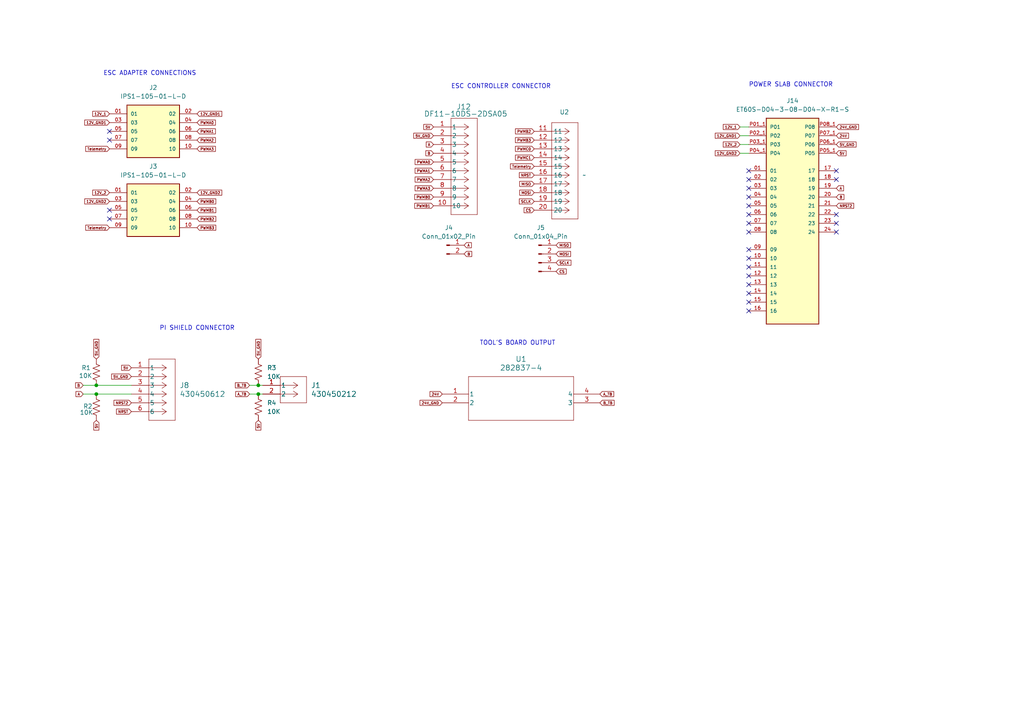
<source format=kicad_sch>
(kicad_sch (version 20231120) (generator "eeschema") (generator_version "8.0")
  (paper "A4")
  (lib_symbols
    (symbol "2024-10-23_23-38-15:282837-4" (pin_names (offset 0.254))
      (property "Reference" "U" (at 22.86 10.16 0))
      (property "Value" "282837-4" (at 22.86 7.62 0))
      (symbol "282837-4_0_1"
        (polyline (pts (xy 7.62 -7.62) (xy 38.1 -7.62)) (stroke (width 0.127)))
        (polyline (pts (xy 7.62 5.08) (xy 7.62 -7.62)) (stroke (width 0.127)))
        (polyline (pts (xy 38.1 -7.62) (xy 38.1 5.08)) (stroke (width 0.127)))
        (polyline (pts (xy 38.1 5.08) (xy 7.62 5.08)) (stroke (width 0.127)))
        (pin unspecified line (at 0 0 0) (length 7.62) (name "1") (number "1"))
        (pin unspecified line (at 0 -2.54 0) (length 7.62) (name "2") (number "2"))
        (pin unspecified line (at 45.72 -2.54 180) (length 7.62) (name "3") (number "3"))
        (pin unspecified line (at 45.72 0 180) (length 7.62) (name "4") (number "4"))
      )
    )
    (symbol "430450212:430450212" (pin_names (offset 0.254))
      (property "Reference" "J" (at 8.89 6.35 0))
      (property "Value" "430450212" (at 0 0 0))
      (symbol "430450212_1_1"
        (polyline (pts (xy 5.08 -5.08) (xy 12.7 -5.08)) (stroke (width 0.127)))
        (polyline (pts (xy 5.08 2.54) (xy 5.08 -5.08)) (stroke (width 0.127)))
        (polyline (pts (xy 10.16 -2.54) (xy 5.08 -2.54)) (stroke (width 0.127)))
        (polyline (pts (xy 10.16 -2.54) (xy 8.89 -3.3867)) (stroke (width 0.127)))
        (polyline (pts (xy 10.16 -2.54) (xy 8.89 -1.6933)) (stroke (width 0.127)))
        (polyline (pts (xy 10.16 0) (xy 5.08 0)) (stroke (width 0.127)))
        (polyline (pts (xy 10.16 0) (xy 8.89 -0.8467)) (stroke (width 0.127)))
        (polyline (pts (xy 10.16 0) (xy 8.89 0.8467)) (stroke (width 0.127)))
        (polyline (pts (xy 12.7 -5.08) (xy 12.7 2.54)) (stroke (width 0.127)))
        (polyline (pts (xy 12.7 2.54) (xy 5.08 2.54)) (stroke (width 0.127)))
        (pin unspecified line (at 0 0 0) (length 5.08) (name "1") (number "1"))
        (pin unspecified line (at 0 -2.54 0) (length 5.08) (name "2") (number "2"))
      )
      (symbol "430450212_1_2"
        (polyline (pts (xy 5.08 -5.08) (xy 12.7 -5.08)) (stroke (width 0.127)))
        (polyline (pts (xy 5.08 2.54) (xy 5.08 -5.08)) (stroke (width 0.127)))
        (polyline (pts (xy 7.62 -2.54) (xy 5.08 -2.54)) (stroke (width 0.127)))
        (polyline (pts (xy 7.62 -2.54) (xy 8.89 -3.3867)) (stroke (width 0.127)))
        (polyline (pts (xy 7.62 -2.54) (xy 8.89 -1.6933)) (stroke (width 0.127)))
        (polyline (pts (xy 7.62 0) (xy 5.08 0)) (stroke (width 0.127)))
        (polyline (pts (xy 7.62 0) (xy 8.89 -0.8467)) (stroke (width 0.127)))
        (polyline (pts (xy 7.62 0) (xy 8.89 0.8467)) (stroke (width 0.127)))
        (polyline (pts (xy 12.7 -5.08) (xy 12.7 2.54)) (stroke (width 0.127)))
        (polyline (pts (xy 12.7 2.54) (xy 5.08 2.54)) (stroke (width 0.127)))
        (pin unspecified line (at 0 0 0) (length 5.08) (name "1") (number "1"))
        (pin unspecified line (at 0 -2.54 0) (length 5.08) (name "2") (number "2"))
      )
    )
    (symbol "430450612:430450612" (pin_names (offset 0.254))
      (property "Reference" "J" (at 8.89 6.35 0))
      (property "Value" "430450612" (at 0 0 0))
      (symbol "430450612_1_1"
        (polyline (pts (xy 5.08 -15.24) (xy 12.7 -15.24)) (stroke (width 0.127)))
        (polyline (pts (xy 5.08 2.54) (xy 5.08 -15.24)) (stroke (width 0.127)))
        (polyline (pts (xy 10.16 -12.7) (xy 5.08 -12.7)) (stroke (width 0.127)))
        (polyline (pts (xy 10.16 -12.7) (xy 8.89 -13.5467)) (stroke (width 0.127)))
        (polyline (pts (xy 10.16 -12.7) (xy 8.89 -11.8533)) (stroke (width 0.127)))
        (polyline (pts (xy 10.16 -10.16) (xy 5.08 -10.16)) (stroke (width 0.127)))
        (polyline (pts (xy 10.16 -10.16) (xy 8.89 -11.0067)) (stroke (width 0.127)))
        (polyline (pts (xy 10.16 -10.16) (xy 8.89 -9.3133)) (stroke (width 0.127)))
        (polyline (pts (xy 10.16 -7.62) (xy 5.08 -7.62)) (stroke (width 0.127)))
        (polyline (pts (xy 10.16 -7.62) (xy 8.89 -8.4667)) (stroke (width 0.127)))
        (polyline (pts (xy 10.16 -7.62) (xy 8.89 -6.7733)) (stroke (width 0.127)))
        (polyline (pts (xy 10.16 -5.08) (xy 5.08 -5.08)) (stroke (width 0.127)))
        (polyline (pts (xy 10.16 -5.08) (xy 8.89 -5.9267)) (stroke (width 0.127)))
        (polyline (pts (xy 10.16 -5.08) (xy 8.89 -4.2333)) (stroke (width 0.127)))
        (polyline (pts (xy 10.16 -2.54) (xy 5.08 -2.54)) (stroke (width 0.127)))
        (polyline (pts (xy 10.16 -2.54) (xy 8.89 -3.3867)) (stroke (width 0.127)))
        (polyline (pts (xy 10.16 -2.54) (xy 8.89 -1.6933)) (stroke (width 0.127)))
        (polyline (pts (xy 10.16 0) (xy 5.08 0)) (stroke (width 0.127)))
        (polyline (pts (xy 10.16 0) (xy 8.89 -0.8467)) (stroke (width 0.127)))
        (polyline (pts (xy 10.16 0) (xy 8.89 0.8467)) (stroke (width 0.127)))
        (polyline (pts (xy 12.7 -15.24) (xy 12.7 2.54)) (stroke (width 0.127)))
        (polyline (pts (xy 12.7 2.54) (xy 5.08 2.54)) (stroke (width 0.127)))
        (pin unspecified line (at 0 0 0) (length 5.08) (name "1") (number "1"))
        (pin unspecified line (at 0 -2.54 0) (length 5.08) (name "2") (number "2"))
        (pin unspecified line (at 0 -5.08 0) (length 5.08) (name "3") (number "3"))
        (pin unspecified line (at 0 -7.62 0) (length 5.08) (name "4") (number "4"))
        (pin unspecified line (at 0 -10.16 0) (length 5.08) (name "5") (number "5"))
        (pin unspecified line (at 0 -12.7 0) (length 5.08) (name "6") (number "6"))
      )
      (symbol "430450612_1_2"
        (polyline (pts (xy 5.08 -15.24) (xy 12.7 -15.24)) (stroke (width 0.127)))
        (polyline (pts (xy 5.08 2.54) (xy 5.08 -15.24)) (stroke (width 0.127)))
        (polyline (pts (xy 7.62 -12.7) (xy 5.08 -12.7)) (stroke (width 0.127)))
        (polyline (pts (xy 7.62 -12.7) (xy 8.89 -13.5467)) (stroke (width 0.127)))
        (polyline (pts (xy 7.62 -12.7) (xy 8.89 -11.8533)) (stroke (width 0.127)))
        (polyline (pts (xy 7.62 -10.16) (xy 5.08 -10.16)) (stroke (width 0.127)))
        (polyline (pts (xy 7.62 -10.16) (xy 8.89 -11.0067)) (stroke (width 0.127)))
        (polyline (pts (xy 7.62 -10.16) (xy 8.89 -9.3133)) (stroke (width 0.127)))
        (polyline (pts (xy 7.62 -7.62) (xy 5.08 -7.62)) (stroke (width 0.127)))
        (polyline (pts (xy 7.62 -7.62) (xy 8.89 -8.4667)) (stroke (width 0.127)))
        (polyline (pts (xy 7.62 -7.62) (xy 8.89 -6.7733)) (stroke (width 0.127)))
        (polyline (pts (xy 7.62 -5.08) (xy 5.08 -5.08)) (stroke (width 0.127)))
        (polyline (pts (xy 7.62 -5.08) (xy 8.89 -5.9267)) (stroke (width 0.127)))
        (polyline (pts (xy 7.62 -5.08) (xy 8.89 -4.2333)) (stroke (width 0.127)))
        (polyline (pts (xy 7.62 -2.54) (xy 5.08 -2.54)) (stroke (width 0.127)))
        (polyline (pts (xy 7.62 -2.54) (xy 8.89 -3.3867)) (stroke (width 0.127)))
        (polyline (pts (xy 7.62 -2.54) (xy 8.89 -1.6933)) (stroke (width 0.127)))
        (polyline (pts (xy 7.62 0) (xy 5.08 0)) (stroke (width 0.127)))
        (polyline (pts (xy 7.62 0) (xy 8.89 -0.8467)) (stroke (width 0.127)))
        (polyline (pts (xy 7.62 0) (xy 8.89 0.8467)) (stroke (width 0.127)))
        (polyline (pts (xy 12.7 -15.24) (xy 12.7 2.54)) (stroke (width 0.127)))
        (polyline (pts (xy 12.7 2.54) (xy 5.08 2.54)) (stroke (width 0.127)))
        (pin unspecified line (at 0 0 0) (length 5.08) (name "1") (number "1"))
        (pin unspecified line (at 0 -2.54 0) (length 5.08) (name "2") (number "2"))
        (pin unspecified line (at 0 -5.08 0) (length 5.08) (name "3") (number "3"))
        (pin unspecified line (at 0 -7.62 0) (length 5.08) (name "4") (number "4"))
        (pin unspecified line (at 0 -10.16 0) (length 5.08) (name "5") (number "5"))
        (pin unspecified line (at 0 -12.7 0) (length 5.08) (name "6") (number "6"))
      )
    )
    (symbol "Connector:Conn_01x02_Pin" (pin_names (offset 1.016) hide)
      (property "Reference" "J" (at 0 2.54 0))
      (property "Value" "Conn_01x02_Pin" (at 0 -5.08 0))
      (symbol "Conn_01x02_Pin_1_1"
        (polyline (pts (xy 1.27 -2.54) (xy 0.8636 -2.54)) (stroke (width 0.1524)))
        (polyline (pts (xy 1.27 0) (xy 0.8636 0)) (stroke (width 0.1524)))
        (rectangle (start 0.8636 -2.413) (end 0 -2.667) (stroke (width 0.1524)) (fill (type outline)))
        (rectangle (start 0.8636 0.127) (end 0 -0.127) (stroke (width 0.1524)) (fill (type outline)))
        (pin passive line (at 5.08 0 180) (length 3.81) (name "Pin_1") (number "1"))
        (pin passive line (at 5.08 -2.54 180) (length 3.81) (name "Pin_2") (number "2"))
      )
    )
    (symbol "Connector:Conn_01x04_Pin" (pin_names (offset 1.016) hide)
      (property "Reference" "J" (at 0 5.08 0))
      (property "Value" "Conn_01x04_Pin" (at 0 -7.62 0))
      (symbol "Conn_01x04_Pin_1_1"
        (polyline (pts (xy 1.27 -5.08) (xy 0.8636 -5.08)) (stroke (width 0.1524)))
        (polyline (pts (xy 1.27 -2.54) (xy 0.8636 -2.54)) (stroke (width 0.1524)))
        (polyline (pts (xy 1.27 0) (xy 0.8636 0)) (stroke (width 0.1524)))
        (polyline (pts (xy 1.27 2.54) (xy 0.8636 2.54)) (stroke (width 0.1524)))
        (rectangle (start 0.8636 -4.953) (end 0 -5.207) (stroke (width 0.1524)) (fill (type outline)))
        (rectangle (start 0.8636 -2.413) (end 0 -2.667) (stroke (width 0.1524)) (fill (type outline)))
        (rectangle (start 0.8636 0.127) (end 0 -0.127) (stroke (width 0.1524)) (fill (type outline)))
        (rectangle (start 0.8636 2.667) (end 0 2.413) (stroke (width 0.1524)) (fill (type outline)))
        (pin passive line (at 5.08 2.54 180) (length 3.81) (name "Pin_1") (number "1"))
        (pin passive line (at 5.08 0 180) (length 3.81) (name "Pin_2") (number "2"))
        (pin passive line (at 5.08 -2.54 180) (length 3.81) (name "Pin_3") (number "3"))
        (pin passive line (at 5.08 -5.08 180) (length 3.81) (name "Pin_4") (number "4"))
      )
    )
    (symbol "DF11_10DS_2DSA_05_:DF11-10DS-2DSA05" (pin_names (offset 0.254))
      (property "Reference" "J" (at 8.89 6.35 0))
      (property "Value" "DF11-10DS-2DSA05" (at 0 0 0))
      (symbol "DF11-10DS-2DSA05_0_1"
        (polyline (pts (xy 5.08 -25.4) (xy 12.7 -25.4)) (stroke (width 0.127)))
        (polyline (pts (xy 5.08 2.54) (xy 5.08 -25.4)) (stroke (width 0.127)))
        (polyline (pts (xy 10.16 -22.86) (xy 5.08 -22.86)) (stroke (width 0.127)))
        (polyline (pts (xy 10.16 -22.86) (xy 8.89 -23.7067)) (stroke (width 0.127)))
        (polyline (pts (xy 10.16 -22.86) (xy 8.89 -22.0133)) (stroke (width 0.127)))
        (polyline (pts (xy 10.16 -20.32) (xy 5.08 -20.32)) (stroke (width 0.127)))
        (polyline (pts (xy 10.16 -20.32) (xy 8.89 -21.1667)) (stroke (width 0.127)))
        (polyline (pts (xy 10.16 -20.32) (xy 8.89 -19.4733)) (stroke (width 0.127)))
        (polyline (pts (xy 10.16 -17.78) (xy 5.08 -17.78)) (stroke (width 0.127)))
        (polyline (pts (xy 10.16 -17.78) (xy 8.89 -18.6267)) (stroke (width 0.127)))
        (polyline (pts (xy 10.16 -17.78) (xy 8.89 -16.9333)) (stroke (width 0.127)))
        (polyline (pts (xy 10.16 -15.24) (xy 5.08 -15.24)) (stroke (width 0.127)))
        (polyline (pts (xy 10.16 -15.24) (xy 8.89 -16.0867)) (stroke (width 0.127)))
        (polyline (pts (xy 10.16 -15.24) (xy 8.89 -14.3933)) (stroke (width 0.127)))
        (polyline (pts (xy 10.16 -12.7) (xy 5.08 -12.7)) (stroke (width 0.127)))
        (polyline (pts (xy 10.16 -12.7) (xy 8.89 -13.5467)) (stroke (width 0.127)))
        (polyline (pts (xy 10.16 -12.7) (xy 8.89 -11.8533)) (stroke (width 0.127)))
        (polyline (pts (xy 10.16 -10.16) (xy 5.08 -10.16)) (stroke (width 0.127)))
        (polyline (pts (xy 10.16 -10.16) (xy 8.89 -11.0067)) (stroke (width 0.127)))
        (polyline (pts (xy 10.16 -10.16) (xy 8.89 -9.3133)) (stroke (width 0.127)))
        (polyline (pts (xy 10.16 -7.62) (xy 5.08 -7.62)) (stroke (width 0.127)))
        (polyline (pts (xy 10.16 -7.62) (xy 8.89 -8.4667)) (stroke (width 0.127)))
        (polyline (pts (xy 10.16 -7.62) (xy 8.89 -6.7733)) (stroke (width 0.127)))
        (polyline (pts (xy 10.16 -5.08) (xy 5.08 -5.08)) (stroke (width 0.127)))
        (polyline (pts (xy 10.16 -5.08) (xy 8.89 -5.9267)) (stroke (width 0.127)))
        (polyline (pts (xy 10.16 -5.08) (xy 8.89 -4.2333)) (stroke (width 0.127)))
        (polyline (pts (xy 10.16 -2.54) (xy 5.08 -2.54)) (stroke (width 0.127)))
        (polyline (pts (xy 10.16 -2.54) (xy 8.89 -3.3867)) (stroke (width 0.127)))
        (polyline (pts (xy 10.16 -2.54) (xy 8.89 -1.6933)) (stroke (width 0.127)))
        (polyline (pts (xy 10.16 0) (xy 5.08 0)) (stroke (width 0.127)))
        (polyline (pts (xy 10.16 0) (xy 8.89 -0.8467)) (stroke (width 0.127)))
        (polyline (pts (xy 10.16 0) (xy 8.89 0.8467)) (stroke (width 0.127)))
        (polyline (pts (xy 12.7 -25.4) (xy 12.7 2.54)) (stroke (width 0.127)))
        (polyline (pts (xy 12.7 2.54) (xy 5.08 2.54)) (stroke (width 0.127)))
        (pin unspecified line (at 0 0 0) (length 5.08) (name "1") (number "1"))
        (pin unspecified line (at 0 -22.86 0) (length 5.08) (name "10") (number "10"))
        (pin unspecified line (at 0 -2.54 0) (length 5.08) (name "2") (number "2"))
        (pin unspecified line (at 0 -5.08 0) (length 5.08) (name "3") (number "3"))
        (pin unspecified line (at 0 -7.62 0) (length 5.08) (name "4") (number "4"))
        (pin unspecified line (at 0 -10.16 0) (length 5.08) (name "5") (number "5"))
        (pin unspecified line (at 0 -12.7 0) (length 5.08) (name "6") (number "6"))
        (pin unspecified line (at 0 -15.24 0) (length 5.08) (name "7") (number "7"))
        (pin unspecified line (at 0 -17.78 0) (length 5.08) (name "8") (number "8"))
        (pin unspecified line (at 0 -20.32 0) (length 5.08) (name "9") (number "9"))
      )
    )
    (symbol "DF11_10DS_2DSA_05_:DF11-10DS-2DSA05v2"
      (property "Reference" "U" (at 0 0 0))
      (symbol "DF11-10DS-2DSA05v2_0_1"
        (polyline (pts (xy -3.81 -29.21) (xy 3.81 -29.21)) (stroke (width 0.127)))
        (polyline (pts (xy -3.81 -1.27) (xy -3.81 -29.21)) (stroke (width 0.127)))
        (polyline (pts (xy 1.27 -26.67) (xy -3.81 -26.67)) (stroke (width 0.127)))
        (polyline (pts (xy 1.27 -26.67) (xy 0 -27.5167)) (stroke (width 0.127)))
        (polyline (pts (xy 1.27 -26.67) (xy 0 -25.8233)) (stroke (width 0.127)))
        (polyline (pts (xy 1.27 -24.13) (xy -3.81 -24.13)) (stroke (width 0.127)))
        (polyline (pts (xy 1.27 -24.13) (xy 0 -24.9767)) (stroke (width 0.127)))
        (polyline (pts (xy 1.27 -24.13) (xy 0 -23.2833)) (stroke (width 0.127)))
        (polyline (pts (xy 1.27 -21.59) (xy -3.81 -21.59)) (stroke (width 0.127)))
        (polyline (pts (xy 1.27 -21.59) (xy 0 -22.4367)) (stroke (width 0.127)))
        (polyline (pts (xy 1.27 -21.59) (xy 0 -20.7433)) (stroke (width 0.127)))
        (polyline (pts (xy 1.27 -19.05) (xy -3.81 -19.05)) (stroke (width 0.127)))
        (polyline (pts (xy 1.27 -19.05) (xy 0 -19.8967)) (stroke (width 0.127)))
        (polyline (pts (xy 1.27 -19.05) (xy 0 -18.2033)) (stroke (width 0.127)))
        (polyline (pts (xy 1.27 -16.51) (xy -3.81 -16.51)) (stroke (width 0.127)))
        (polyline (pts (xy 1.27 -16.51) (xy 0 -17.3567)) (stroke (width 0.127)))
        (polyline (pts (xy 1.27 -16.51) (xy 0 -15.6633)) (stroke (width 0.127)))
        (polyline (pts (xy 1.27 -13.97) (xy -3.81 -13.97)) (stroke (width 0.127)))
        (polyline (pts (xy 1.27 -13.97) (xy 0 -14.8167)) (stroke (width 0.127)))
        (polyline (pts (xy 1.27 -13.97) (xy 0 -13.1233)) (stroke (width 0.127)))
        (polyline (pts (xy 1.27 -11.43) (xy -3.81 -11.43)) (stroke (width 0.127)))
        (polyline (pts (xy 1.27 -11.43) (xy 0 -12.2767)) (stroke (width 0.127)))
        (polyline (pts (xy 1.27 -11.43) (xy 0 -10.5833)) (stroke (width 0.127)))
        (polyline (pts (xy 1.27 -8.89) (xy -3.81 -8.89)) (stroke (width 0.127)))
        (polyline (pts (xy 1.27 -8.89) (xy 0 -9.7367)) (stroke (width 0.127)))
        (polyline (pts (xy 1.27 -8.89) (xy 0 -8.0433)) (stroke (width 0.127)))
        (polyline (pts (xy 1.27 -6.35) (xy -3.81 -6.35)) (stroke (width 0.127)))
        (polyline (pts (xy 1.27 -6.35) (xy 0 -7.1967)) (stroke (width 0.127)))
        (polyline (pts (xy 1.27 -6.35) (xy 0 -5.5033)) (stroke (width 0.127)))
        (polyline (pts (xy 1.27 -3.81) (xy -3.81 -3.81)) (stroke (width 0.127)))
        (polyline (pts (xy 1.27 -3.81) (xy 0 -4.6567)) (stroke (width 0.127)))
        (polyline (pts (xy 1.27 -3.81) (xy 0 -2.9633)) (stroke (width 0.127)))
        (polyline (pts (xy 3.81 -29.21) (xy 3.81 -1.27)) (stroke (width 0.127)))
        (polyline (pts (xy 3.81 -1.27) (xy -3.81 -1.27)) (stroke (width 0.127)))
      )
      (symbol "DF11-10DS-2DSA05v2_1_1"
        (pin unspecified line (at -8.89 -3.81 0) (length 5.08) (name "11") (number "11"))
        (pin unspecified line (at -8.89 -6.35 0) (length 5.08) (name "12") (number "12"))
        (pin unspecified line (at -8.89 -8.89 0) (length 5.08) (name "13") (number "13"))
        (pin unspecified line (at -8.89 -11.43 0) (length 5.08) (name "14") (number "14"))
        (pin unspecified line (at -8.89 -13.97 0) (length 5.08) (name "15") (number "15"))
        (pin unspecified line (at -8.89 -16.51 0) (length 5.08) (name "16") (number "16"))
        (pin unspecified line (at -8.89 -19.05 0) (length 5.08) (name "17") (number "17"))
        (pin unspecified line (at -8.89 -21.59 0) (length 5.08) (name "18") (number "18"))
        (pin unspecified line (at -8.89 -24.13 0) (length 5.08) (name "19") (number "19"))
        (pin unspecified line (at -8.89 -26.67 0) (length 5.08) (name "20") (number "20"))
      )
    )
    (symbol "Device:R_US" (pin_numbers hide) (pin_names (offset 0))
      (property "Reference" "R" (at 2.54 0 90))
      (property "Value" "R_US" (at -2.54 0 90))
      (symbol "R_US_0_1"
        (polyline (pts (xy 0 -2.286) (xy 0 -2.54)))
        (polyline (pts (xy 0 2.286) (xy 0 2.54)))
        (polyline (pts (xy 0 -0.762) (xy 1.016 -1.143) (xy 0 -1.524) (xy -1.016 -1.905) (xy 0 -2.286)))
        (polyline (pts (xy 0 0.762) (xy 1.016 0.381) (xy 0 0) (xy -1.016 -0.381) (xy 0 -0.762)))
        (polyline (pts (xy 0 2.286) (xy 1.016 1.905) (xy 0 1.524) (xy -1.016 1.143) (xy 0 0.762)))
      )
      (symbol "R_US_1_1"
        (pin passive line (at 0 3.81 270) (length 1.27) (name "~") (number "1"))
        (pin passive line (at 0 -3.81 90) (length 1.27) (name "~") (number "2"))
      )
    )
    (symbol "ET60S-D04-3-08-D04-X-R1-S:ET60S-D04-3-08-D04-X-R1-S" (pin_names (offset 1.016))
      (property "Reference" "J" (at -7.62 29.21 0))
      (property "Value" "ET60S-D04-3-08-D04-X-R1-S" (at -7.62 -123.19 0))
      (symbol "ET60S-D04-3-08-D04-X-R1-S_0_0"
        (rectangle (start -7.62 27.94) (end 7.62 -31.75) (stroke (width 0.254)) (fill (type background)))
        (pin passive line (at -12.7 12.7 0) (length 5.08) (name "01") (number "01"))
        (pin passive line (at -12.7 10.16 0) (length 5.08) (name "02") (number "02"))
        (pin passive line (at -12.7 7.62 0) (length 5.08) (name "03") (number "03"))
        (pin passive line (at -12.7 5.08 0) (length 5.08) (name "04") (number "04"))
        (pin passive line (at -12.7 2.54 0) (length 5.08) (name "05") (number "05"))
        (pin passive line (at -12.7 0 0) (length 5.08) (name "06") (number "06"))
        (pin passive line (at -12.7 -2.54 0) (length 5.08) (name "07") (number "07"))
        (pin passive line (at -12.7 -5.08 0) (length 5.08) (name "08") (number "08"))
        (pin passive line (at -12.7 -10.16 0) (length 5.08) (name "09") (number "09"))
        (pin passive line (at -12.7 -12.7 0) (length 5.08) (name "10") (number "10"))
        (pin passive line (at -12.7 -15.24 0) (length 5.08) (name "11") (number "11"))
        (pin passive line (at -12.7 -17.78 0) (length 5.08) (name "12") (number "12"))
        (pin passive line (at -12.7 -20.32 0) (length 5.08) (name "13") (number "13"))
        (pin passive line (at -12.7 -22.86 0) (length 5.08) (name "14") (number "14"))
        (pin passive line (at -12.7 -25.4 0) (length 5.08) (name "15") (number "15"))
        (pin passive line (at -12.7 -27.94 0) (length 5.08) (name "16") (number "16"))
        (pin passive line (at 12.7 12.7 180) (length 5.08) (name "17") (number "17"))
        (pin passive line (at 12.7 10.16 180) (length 5.08) (name "18") (number "18"))
        (pin passive line (at 12.7 7.62 180) (length 5.08) (name "19") (number "19"))
        (pin passive line (at 12.7 5.08 180) (length 5.08) (name "20") (number "20"))
        (pin passive line (at 12.7 2.54 180) (length 5.08) (name "21") (number "21"))
        (pin passive line (at 12.7 0 180) (length 5.08) (name "22") (number "22"))
        (pin passive line (at 12.7 -2.54 180) (length 5.08) (name "23") (number "23"))
        (pin passive line (at 12.7 -5.08 180) (length 5.08) (name "24") (number "24"))
        (pin power_in line (at -12.7 22.86 0) (length 5.08) (name "P02") (number "P02_1"))
        (pin power_in line (at -12.7 20.32 0) (length 5.08) (name "P03") (number "P03_1"))
        (pin power_in line (at 12.7 17.78 180) (length 5.08) (name "P05") (number "P05_1"))
        (pin power_in line (at 12.7 20.32 180) (length 5.08) (name "P06") (number "P06_1"))
        (pin power_in line (at 12.7 22.86 180) (length 5.08) (name "P07") (number "P07_1"))
        (pin power_in line (at 12.7 25.4 180) (length 5.08) (name "P08") (number "P08_1"))
      )
      (symbol "ET60S-D04-3-08-D04-X-R1-S_1_0"
        (pin power_in line (at -12.7 25.4 0) (length 5.08) (name "P01") (number "P01_1"))
        (pin power_in line (at -12.7 25.4 0) (length 5.08) hide (name "P01") (number "P01_1"))
        (pin power_in line (at -12.7 25.4 0) (length 5.08) hide (name "P01") (number "P01_1"))
        (pin power_in line (at -12.7 25.4 0) (length 5.08) hide (name "P01") (number "P01_1"))
        (pin power_in line (at -12.7 25.4 0) (length 5.08) hide (name "P01") (number "P01_1"))
        (pin power_in line (at -12.7 25.4 0) (length 5.08) hide (name "P01") (number "P01_1"))
        (pin power_in line (at -12.7 25.4 0) (length 5.08) hide (name "P01") (number "P01_1"))
        (pin power_in line (at -12.7 25.4 0) (length 5.08) hide (name "P01") (number "P01_1"))
        (pin power_in line (at -12.7 25.4 0) (length 5.08) hide (name "P01") (number "P01_1"))
        (pin power_in line (at -12.7 25.4 0) (length 5.08) hide (name "P01") (number "P01_1"))
        (pin power_in line (at -12.7 22.86 0) (length 5.08) hide (name "P02") (number "P02_1"))
        (pin power_in line (at -12.7 22.86 0) (length 5.08) hide (name "P02") (number "P02_1"))
        (pin power_in line (at -12.7 22.86 0) (length 5.08) hide (name "P02") (number "P02_1"))
        (pin power_in line (at -12.7 22.86 0) (length 5.08) hide (name "P02") (number "P02_1"))
        (pin power_in line (at -12.7 22.86 0) (length 5.08) hide (name "P02") (number "P02_1"))
        (pin power_in line (at -12.7 22.86 0) (length 5.08) hide (name "P02") (number "P02_1"))
        (pin power_in line (at -12.7 22.86 0) (length 5.08) hide (name "P02") (number "P02_1"))
        (pin power_in line (at -12.7 22.86 0) (length 5.08) hide (name "P02") (number "P02_1"))
        (pin power_in line (at -12.7 22.86 0) (length 5.08) hide (name "P02") (number "P02_1"))
        (pin power_in line (at -12.7 20.32 0) (length 5.08) hide (name "P03") (number "P03_1"))
        (pin power_in line (at -12.7 20.32 0) (length 5.08) hide (name "P03") (number "P03_1"))
        (pin power_in line (at -12.7 20.32 0) (length 5.08) hide (name "P03") (number "P03_1"))
        (pin power_in line (at -12.7 20.32 0) (length 5.08) hide (name "P03") (number "P03_1"))
        (pin power_in line (at -12.7 20.32 0) (length 5.08) hide (name "P03") (number "P03_1"))
        (pin power_in line (at -12.7 20.32 0) (length 5.08) hide (name "P03") (number "P03_1"))
        (pin power_in line (at -12.7 20.32 0) (length 5.08) hide (name "P03") (number "P03_1"))
        (pin power_in line (at -12.7 20.32 0) (length 5.08) hide (name "P03") (number "P03_1"))
        (pin power_in line (at -12.7 20.32 0) (length 5.08) hide (name "P03") (number "P03_1"))
        (pin power_in line (at -12.7 17.78 0) (length 5.08) (name "P04") (number "P04_1"))
        (pin power_in line (at -12.7 17.78 0) (length 5.08) hide (name "P04") (number "P04_1"))
        (pin power_in line (at -12.7 17.78 0) (length 5.08) hide (name "P04") (number "P04_1"))
        (pin power_in line (at -12.7 17.78 0) (length 5.08) hide (name "P04") (number "P04_1"))
        (pin power_in line (at -12.7 17.78 0) (length 5.08) hide (name "P04") (number "P04_1"))
        (pin power_in line (at -12.7 17.78 0) (length 5.08) hide (name "P04") (number "P04_1"))
        (pin power_in line (at -12.7 17.78 0) (length 5.08) hide (name "P04") (number "P04_1"))
        (pin power_in line (at -12.7 17.78 0) (length 5.08) hide (name "P04") (number "P04_1"))
        (pin power_in line (at -12.7 17.78 0) (length 5.08) hide (name "P04") (number "P04_1"))
        (pin power_in line (at -12.7 17.78 0) (length 5.08) hide (name "P04") (number "P04_1"))
        (pin power_in line (at 12.7 17.78 180) (length 5.08) hide (name "P05") (number "P05_1"))
        (pin power_in line (at 12.7 17.78 180) (length 5.08) hide (name "P05") (number "P05_1"))
        (pin power_in line (at 12.7 17.78 180) (length 5.08) hide (name "P05") (number "P05_1"))
        (pin power_in line (at 12.7 17.78 180) (length 5.08) hide (name "P05") (number "P05_1"))
        (pin power_in line (at 12.7 17.78 180) (length 5.08) hide (name "P05") (number "P05_1"))
        (pin power_in line (at 12.7 17.78 180) (length 5.08) hide (name "P05") (number "P05_1"))
        (pin power_in line (at 12.7 17.78 180) (length 5.08) hide (name "P05") (number "P05_1"))
        (pin power_in line (at 12.7 17.78 180) (length 5.08) hide (name "P05") (number "P05_1"))
        (pin power_in line (at 12.7 17.78 180) (length 5.08) hide (name "P05") (number "P05_1"))
        (pin power_in line (at 12.7 20.32 180) (length 5.08) hide (name "P06") (number "P06_1"))
        (pin power_in line (at 12.7 20.32 180) (length 5.08) hide (name "P06") (number "P06_1"))
        (pin power_in line (at 12.7 20.32 180) (length 5.08) hide (name "P06") (number "P06_1"))
        (pin power_in line (at 12.7 20.32 180) (length 5.08) hide (name "P06") (number "P06_1"))
        (pin power_in line (at 12.7 20.32 180) (length 5.08) hide (name "P06") (number "P06_1"))
        (pin power_in line (at 12.7 20.32 180) (length 5.08) hide (name "P06") (number "P06_1"))
        (pin power_in line (at 12.7 20.32 180) (length 5.08) hide (name "P06") (number "P06_1"))
        (pin power_in line (at 12.7 20.32 180) (length 5.08) hide (name "P06") (number "P06_1"))
        (pin power_in line (at 12.7 20.32 180) (length 5.08) hide (name "P06") (number "P06_1"))
        (pin power_in line (at 12.7 22.86 180) (length 5.08) hide (name "P07") (number "P07_1"))
        (pin power_in line (at 12.7 22.86 180) (length 5.08) hide (name "P07") (number "P07_1"))
        (pin power_in line (at 12.7 22.86 180) (length 5.08) hide (name "P07") (number "P07_1"))
        (pin power_in line (at 12.7 22.86 180) (length 5.08) hide (name "P07") (number "P07_1"))
        (pin power_in line (at 12.7 22.86 180) (length 5.08) hide (name "P07") (number "P07_1"))
        (pin power_in line (at 12.7 22.86 180) (length 5.08) hide (name "P07") (number "P07_1"))
        (pin power_in line (at 12.7 22.86 180) (length 5.08) hide (name "P07") (number "P07_1"))
        (pin power_in line (at 12.7 22.86 180) (length 5.08) hide (name "P07") (number "P07_1"))
        (pin power_in line (at 12.7 22.86 180) (length 5.08) hide (name "P07") (number "P07_1"))
        (pin power_in line (at 12.7 25.4 180) (length 5.08) hide (name "P08") (number "P08_1"))
        (pin power_in line (at 12.7 25.4 180) (length 5.08) hide (name "P08") (number "P08_1"))
        (pin power_in line (at 12.7 25.4 180) (length 5.08) hide (name "P08") (number "P08_1"))
        (pin power_in line (at 12.7 25.4 180) (length 5.08) hide (name "P08") (number "P08_1"))
        (pin power_in line (at 12.7 25.4 180) (length 5.08) hide (name "P08") (number "P08_1"))
        (pin power_in line (at 12.7 25.4 180) (length 5.08) hide (name "P08") (number "P08_1"))
        (pin power_in line (at 12.7 25.4 180) (length 5.08) hide (name "P08") (number "P08_1"))
        (pin power_in line (at 12.7 25.4 180) (length 5.08) hide (name "P08") (number "P08_1"))
        (pin power_in line (at 12.7 25.4 180) (length 5.08) hide (name "P08") (number "P08_1"))
      )
    )
    (symbol "IPS1-105-01-L-D:IPS1-105-01-L-D" (pin_names (offset 1.016))
      (property "Reference" "J" (at -8.12 7.62 0))
      (property "Value" "IPS1-105-01-L-D" (at -7.62 -10.16 0))
      (symbol "IPS1-105-01-L-D_0_0"
        (rectangle (start -7.62 -7.62) (end 7.62 7.62) (stroke (width 0.254)) (fill (type background)))
        (pin passive line (at -12.7 5.08 0) (length 5.08) (name "01") (number "01"))
        (pin passive line (at 12.7 5.08 180) (length 5.08) (name "02") (number "02"))
        (pin passive line (at -12.7 2.54 0) (length 5.08) (name "03") (number "03"))
        (pin passive line (at 12.7 2.54 180) (length 5.08) (name "04") (number "04"))
        (pin passive line (at -12.7 0 0) (length 5.08) (name "05") (number "05"))
        (pin passive line (at 12.7 0 180) (length 5.08) (name "06") (number "06"))
        (pin passive line (at -12.7 -2.54 0) (length 5.08) (name "07") (number "07"))
        (pin passive line (at 12.7 -2.54 180) (length 5.08) (name "08") (number "08"))
        (pin passive line (at -12.7 -5.08 0) (length 5.08) (name "09") (number "09"))
        (pin passive line (at 12.7 -5.08 180) (length 5.08) (name "10") (number "10"))
      )
    )
  )
  (junction (at 27.94 114.3))
  (junction (at 74.93 111.76))
  (junction (at 74.93 114.3))
  (junction (at 27.94 111.76))
  (no_connect (at 242.57 52.07))
  (no_connect (at 217.17 77.47))
  (no_connect (at 242.57 62.23))
  (no_connect (at 31.75 60.96))
  (no_connect (at 217.17 59.69))
  (no_connect (at 31.75 63.5))
  (no_connect (at 217.17 85.09))
  (no_connect (at 242.57 67.31))
  (no_connect (at 217.17 64.77))
  (no_connect (at 31.75 38.1))
  (no_connect (at 31.75 40.64))
  (no_connect (at 217.17 49.53))
  (no_connect (at 217.17 62.23))
  (no_connect (at 242.57 49.53))
  (no_connect (at 217.17 87.63))
  (no_connect (at 242.57 64.77))
  (no_connect (at 217.17 67.31))
  (no_connect (at 217.17 90.17))
  (no_connect (at 217.17 57.15))
  (no_connect (at 217.17 54.61))
  (no_connect (at 217.17 82.55))
  (no_connect (at 217.17 74.93))
  (no_connect (at 217.17 52.07))
  (no_connect (at 217.17 72.39))
  (no_connect (at 217.17 80.01))
  (wire (pts (xy 74.93 111.76) (xy 76.2 111.76)))
  (wire (pts (xy 214.63 41.91) (xy 217.17 41.91)))
  (wire (pts (xy 214.63 36.83) (xy 217.17 36.83)))
  (wire (pts (xy 214.63 39.37) (xy 217.17 39.37)))
  (wire (pts (xy 214.63 44.45) (xy 217.17 44.45)))
  (wire (pts (xy 24.13 114.3) (xy 27.94 114.3)))
  (wire (pts (xy 72.39 114.3) (xy 74.93 114.3)))
  (wire (pts (xy 27.94 114.3) (xy 38.1 114.3)))
  (wire (pts (xy 27.94 111.76) (xy 38.1 111.76)))
  (wire (pts (xy 74.93 114.3) (xy 76.2 114.3)))
  (wire (pts (xy 24.13 111.76) (xy 27.94 111.76)))
  (wire (pts (xy 72.39 111.76) (xy 74.93 111.76)))
  (text "PI SHIELD CONNECTOR " (at 57.658 95.25 0) (effects (font (size 1.27 1.27))))
  (text "TOOL'S BOARD OUTPUT" (at 150.114 99.568 0) (effects (font (size 1.27 1.27))))
  (text "ESC CONTROLLER CONNECTOR " (at 145.796 25.146 0) (effects (font (size 1.27 1.27))))
  (text "POWER SLAB CONNECTOR " (at 229.87 24.638 0) (effects (font (size 1.27 1.27))))
  (text "ESC ADAPTER CONNECTIONS " (at 43.942 21.336 0) (effects (font (size 1.27 1.27))))
  (global_label "SCLK" (shape input) (at 154.94 58.42 180) (effects (font (size 0.762 0.762))) (property "Intersheetrefs" "${INTERSHEET_REFS}" (effects (hide yes))))
  (global_label "12V_GND1" (shape input) (at 57.15 33.02 0) (effects (font (size 0.762 0.762))) (property "Intersheetrefs" "${INTERSHEET_REFS}" (effects (hide yes))))
  (global_label "B_TB" (shape input) (at 72.39 111.76 180) (effects (font (size 0.762 0.762))) (property "Intersheetrefs" "${INTERSHEET_REFS}" (effects (hide yes))))
  (global_label "5V_GND" (shape input) (at 125.73 39.37 180) (effects (font (size 0.762 0.762))) (property "Intersheetrefs" "${INTERSHEET_REFS}" (effects (hide yes))))
  (global_label "CS" (shape input) (at 161.29 78.74 0) (effects (font (size 0.762 0.762))) (property "Intersheetrefs" "${INTERSHEET_REFS}" (effects (hide yes))))
  (global_label "12V_1" (shape input) (at 214.63 36.83 180) (effects (font (size 0.762 0.762))) (property "Intersheetrefs" "${INTERSHEET_REFS}" (effects (hide yes))))
  (global_label "24V_GND" (shape input) (at 128.27 116.84 180) (effects (font (size 0.762 0.762))) (property "Intersheetrefs" "${INTERSHEET_REFS}" (effects (hide yes))))
  (global_label "A" (shape input) (at 242.57 54.61 0) (effects (font (size 0.762 0.762))) (property "Intersheetrefs" "${INTERSHEET_REFS}" (effects (hide yes))))
  (global_label "5V_GND" (shape input) (at 38.1 109.22 180) (effects (font (size 0.762 0.762))) (property "Intersheetrefs" "${INTERSHEET_REFS}" (effects (hide yes))))
  (global_label "A_TB" (shape input) (at 72.39 114.3 180) (effects (font (size 0.762 0.762))) (property "Intersheetrefs" "${INTERSHEET_REFS}" (effects (hide yes))))
  (global_label "12V_2" (shape input) (at 214.63 41.91 180) (effects (font (size 0.762 0.762))) (property "Intersheetrefs" "${INTERSHEET_REFS}" (effects (hide yes))))
  (global_label "MOSI" (shape input) (at 161.29 73.66 0) (effects (font (size 0.762 0.762))) (property "Intersheetrefs" "${INTERSHEET_REFS}" (effects (hide yes))))
  (global_label "5V" (shape input) (at 74.93 121.92 270) (effects (font (size 0.762 0.762))) (property "Intersheetrefs" "${INTERSHEET_REFS}" (effects (hide yes))))
  (global_label "PWMA1" (shape input) (at 57.15 38.1 0) (effects (font (size 0.762 0.762))) (property "Intersheetrefs" "${INTERSHEET_REFS}" (effects (hide yes))))
  (global_label "PWMA1" (shape input) (at 125.73 49.53 180) (effects (font (size 0.762 0.762))) (property "Intersheetrefs" "${INTERSHEET_REFS}" (effects (hide yes))))
  (global_label "NRST" (shape input) (at 154.94 50.8 180) (effects (font (size 0.762 0.762))) (property "Intersheetrefs" "${INTERSHEET_REFS}" (effects (hide yes))))
  (global_label "5V" (shape input) (at 38.1 106.68 180) (effects (font (size 0.762 0.762))) (property "Intersheetrefs" "${INTERSHEET_REFS}" (effects (hide yes))))
  (global_label "PWMB0" (shape input) (at 125.73 57.15 180) (effects (font (size 0.762 0.762))) (property "Intersheetrefs" "${INTERSHEET_REFS}" (effects (hide yes))))
  (global_label "Telemetry" (shape input) (at 31.75 43.18 180) (effects (font (size 0.762 0.762))) (property "Intersheetrefs" "${INTERSHEET_REFS}" (effects (hide yes))))
  (global_label "A_TB" (shape input) (at 173.99 114.3 0) (effects (font (size 0.762 0.762))) (property "Intersheetrefs" "${INTERSHEET_REFS}" (effects (hide yes))))
  (global_label "12V_GND1" (shape input) (at 214.63 39.37 180) (effects (font (size 0.762 0.762))) (property "Intersheetrefs" "${INTERSHEET_REFS}" (effects (hide yes))))
  (global_label "PWMC1" (shape input) (at 154.94 45.72 180) (effects (font (size 0.762 0.762))) (property "Intersheetrefs" "${INTERSHEET_REFS}" (effects (hide yes))))
  (global_label "12V_GND2" (shape input) (at 31.75 58.42 180) (effects (font (size 0.762 0.762))) (property "Intersheetrefs" "${INTERSHEET_REFS}" (effects (hide yes))))
  (global_label "12V_GND2" (shape input) (at 57.15 55.88 0) (effects (font (size 0.762 0.762))) (property "Intersheetrefs" "${INTERSHEET_REFS}" (effects (hide yes))))
  (global_label "B" (shape input) (at 125.73 44.45 180) (effects (font (size 0.762 0.762))) (property "Intersheetrefs" "${INTERSHEET_REFS}" (effects (hide yes))))
  (global_label "PWMB2" (shape input) (at 57.15 63.5 0) (effects (font (size 0.762 0.762))) (property "Intersheetrefs" "${INTERSHEET_REFS}" (effects (hide yes))))
  (global_label "12V_2" (shape input) (at 31.75 55.88 180) (effects (font (size 0.762 0.762))) (property "Intersheetrefs" "${INTERSHEET_REFS}" (effects (hide yes))))
  (global_label "PWMB1" (shape input) (at 125.73 59.69 180) (effects (font (size 0.762 0.762))) (property "Intersheetrefs" "${INTERSHEET_REFS}" (effects (hide yes))))
  (global_label "12V_GND1" (shape input) (at 31.75 35.56 180) (effects (font (size 0.762 0.762))) (property "Intersheetrefs" "${INTERSHEET_REFS}" (effects (hide yes))))
  (global_label "PWMB1" (shape input) (at 57.15 60.96 0) (effects (font (size 0.762 0.762))) (property "Intersheetrefs" "${INTERSHEET_REFS}" (effects (hide yes))))
  (global_label "CS" (shape input) (at 154.94 60.96 180) (effects (font (size 0.762 0.762))) (property "Intersheetrefs" "${INTERSHEET_REFS}" (effects (hide yes))))
  (global_label "24V_GND" (shape input) (at 242.57 36.83 0) (effects (font (size 0.762 0.762))) (property "Intersheetrefs" "${INTERSHEET_REFS}" (effects (hide yes))))
  (global_label "PWMB2" (shape input) (at 154.94 38.1 180) (effects (font (size 0.762 0.762))) (property "Intersheetrefs" "${INTERSHEET_REFS}" (effects (hide yes))))
  (global_label "B_TB" (shape input) (at 173.99 116.84 0) (effects (font (size 0.762 0.762))) (property "Intersheetrefs" "${INTERSHEET_REFS}" (effects (hide yes))))
  (global_label "PWMB3" (shape input) (at 57.15 66.04 0) (effects (font (size 0.762 0.762))) (property "Intersheetrefs" "${INTERSHEET_REFS}" (effects (hide yes))))
  (global_label "NRST2" (shape input) (at 38.1 116.84 180) (effects (font (size 0.762 0.762))) (property "Intersheetrefs" "${INTERSHEET_REFS}" (effects (hide yes))))
  (global_label "12V_1" (shape input) (at 31.75 33.02 180) (effects (font (size 0.762 0.762))) (property "Intersheetrefs" "${INTERSHEET_REFS}" (effects (hide yes))))
  (global_label "NRST" (shape input) (at 38.1 119.38 180) (effects (font (size 0.762 0.762))) (property "Intersheetrefs" "${INTERSHEET_REFS}" (effects (hide yes))))
  (global_label "5V" (shape input) (at 242.57 44.45 0) (effects (font (size 0.762 0.762))) (property "Intersheetrefs" "${INTERSHEET_REFS}" (effects (hide yes))))
  (global_label "5V_GND" (shape input) (at 74.93 104.14 90) (effects (font (size 0.762 0.762))) (property "Intersheetrefs" "${INTERSHEET_REFS}" (effects (hide yes))))
  (global_label "Telemetry" (shape input) (at 31.75 66.04 180) (effects (font (size 0.762 0.762))) (property "Intersheetrefs" "${INTERSHEET_REFS}" (effects (hide yes))))
  (global_label "PWMA2" (shape input) (at 57.15 40.64 0) (effects (font (size 0.762 0.762))) (property "Intersheetrefs" "${INTERSHEET_REFS}" (effects (hide yes))))
  (global_label "PWMB0" (shape input) (at 57.15 58.42 0) (effects (font (size 0.762 0.762))) (property "Intersheetrefs" "${INTERSHEET_REFS}" (effects (hide yes))))
  (global_label "B" (shape input) (at 134.62 73.66 0) (effects (font (size 0.762 0.762))) (property "Intersheetrefs" "${INTERSHEET_REFS}" (effects (hide yes))))
  (global_label "12V_GND2" (shape input) (at 214.63 44.45 180) (effects (font (size 0.762 0.762))) (property "Intersheetrefs" "${INTERSHEET_REFS}" (effects (hide yes))))
  (global_label "PWMC0" (shape input) (at 154.94 43.18 180) (effects (font (size 0.762 0.762))) (property "Intersheetrefs" "${INTERSHEET_REFS}" (effects (hide yes))))
  (global_label "B" (shape input) (at 24.13 111.76 180) (effects (font (size 0.762 0.762))) (property "Intersheetrefs" "${INTERSHEET_REFS}" (effects (hide yes))))
  (global_label "5V_GND" (shape input) (at 242.57 41.91 0) (effects (font (size 0.762 0.762))) (property "Intersheetrefs" "${INTERSHEET_REFS}" (effects (hide yes))))
  (global_label "PWMA3" (shape input) (at 57.15 43.18 0) (effects (font (size 0.762 0.762))) (property "Intersheetrefs" "${INTERSHEET_REFS}" (effects (hide yes))))
  (global_label "24V" (shape input) (at 128.27 114.3 180) (effects (font (size 0.762 0.762))) (property "Intersheetrefs" "${INTERSHEET_REFS}" (effects (hide yes))))
  (global_label "PWMA2" (shape input) (at 125.73 52.07 180) (effects (font (size 0.762 0.762))) (property "Intersheetrefs" "${INTERSHEET_REFS}" (effects (hide yes))))
  (global_label "PWMA0" (shape input) (at 125.73 46.99 180) (effects (font (size 0.762 0.762))) (property "Intersheetrefs" "${INTERSHEET_REFS}" (effects (hide yes))))
  (global_label "A" (shape input) (at 134.62 71.12 0) (effects (font (size 0.762 0.762))) (property "Intersheetrefs" "${INTERSHEET_REFS}" (effects (hide yes))))
  (global_label "MISO" (shape input) (at 154.94 53.34 180) (effects (font (size 0.762 0.762))) (property "Intersheetrefs" "${INTERSHEET_REFS}" (effects (hide yes))))
  (global_label "PWMB3" (shape input) (at 154.94 40.64 180) (effects (font (size 0.762 0.762))) (property "Intersheetrefs" "${INTERSHEET_REFS}" (effects (hide yes))))
  (global_label "24V" (shape input) (at 242.57 39.37 0) (effects (font (size 0.762 0.762))) (property "Intersheetrefs" "${INTERSHEET_REFS}" (effects (hide yes))))
  (global_label "SCLK" (shape input) (at 161.29 76.2 0) (effects (font (size 0.762 0.762))) (property "Intersheetrefs" "${INTERSHEET_REFS}" (effects (hide yes))))
  (global_label "PWMA3" (shape input) (at 125.73 54.61 180) (effects (font (size 0.762 0.762))) (property "Intersheetrefs" "${INTERSHEET_REFS}" (effects (hide yes))))
  (global_label "NRST2" (shape input) (at 242.57 59.69 0) (effects (font (size 0.762 0.762))) (property "Intersheetrefs" "${INTERSHEET_REFS}" (effects (hide yes))))
  (global_label "MOSI" (shape input) (at 154.94 55.88 180) (effects (font (size 0.762 0.762))) (property "Intersheetrefs" "${INTERSHEET_REFS}" (effects (hide yes))))
  (global_label "PWMA0" (shape input) (at 57.15 35.56 0) (effects (font (size 0.762 0.762))) (property "Intersheetrefs" "${INTERSHEET_REFS}" (effects (hide yes))))
  (global_label "5V" (shape input) (at 125.73 36.83 180) (effects (font (size 0.762 0.762))) (property "Intersheetrefs" "${INTERSHEET_REFS}" (effects (hide yes))))
  (global_label "5V_GND" (shape input) (at 27.94 104.14 90) (effects (font (size 0.762 0.762))) (property "Intersheetrefs" "${INTERSHEET_REFS}" (effects (hide yes))))
  (global_label "B" (shape input) (at 242.57 57.15 0) (effects (font (size 0.762 0.762))) (property "Intersheetrefs" "${INTERSHEET_REFS}" (effects (hide yes))))
  (global_label "A" (shape input) (at 24.13 114.3 180) (effects (font (size 0.762 0.762))) (property "Intersheetrefs" "${INTERSHEET_REFS}" (effects (hide yes))))
  (global_label "MISO" (shape input) (at 161.29 71.12 0) (effects (font (size 0.762 0.762))) (property "Intersheetrefs" "${INTERSHEET_REFS}" (effects (hide yes))))
  (global_label "Telemetry" (shape input) (at 154.94 48.26 180) (effects (font (size 0.762 0.762))) (property "Intersheetrefs" "${INTERSHEET_REFS}" (effects (hide yes))))
  (global_label "5V" (shape input) (at 27.94 121.92 270) (effects (font (size 0.762 0.762))) (property "Intersheetrefs" "${INTERSHEET_REFS}" (effects (hide yes))))
  (global_label "A" (shape input) (at 125.73 41.91 180) (effects (font (size 0.762 0.762))) (property "Intersheetrefs" "${INTERSHEET_REFS}" (effects (hide yes))))
  (symbol (lib_id "ET60S-D04-3-08-D04-X-R1-S:ET60S-D04-3-08-D04-X-R1-S") (at 229.87 62.23 0) (unit 1)
    (property "Reference" "J14" (at 229.87 29.21 0))
    (property "Value" "ET60S-D04-3-08-D04-X-R1-S" (at 229.87 31.75 0))
    (property "Footprint" "ET60S-D04-3-08-D04-X-R1-S:SAMTEC_ET60S-D04-3-08-D04-X-R1-S" (effects (hide yes)))
    (property "PARTREV" "G" (effects (hide yes)))
    (property "STANDARD" "Manufacturer Recommendations" (effects (hide yes)))
    (property "MAXIMUM_PACKAGE_HEIGHT" "10 mm" (effects (hide yes)))
    (property "MANUFACTURER" "Samtec" (effects (hide yes)))
  )
  (symbol (lib_id "Connector:Conn_01x04_Pin") (at 156.21 73.66 0) (unit 1)
    (property "Reference" "J5" (at 156.845 66.04 0))
    (property "Value" "Conn_01x04_Pin" (at 156.845 68.58 0))
    (property "Description" "Generic connector, single row, 01x04, script generated" (effects (hide yes)))
  )
  (symbol (lib_id "Device:R_US") (at 74.93 118.11 0) (unit 1)
    (property "Reference" "R4" (at 77.47 116.8399 0) (effects (justify left)))
    (property "Value" "10K" (at 77.47 119.3799 0) (effects (justify left)))
    (property "Description" "Resistor, US symbol" (effects (hide yes)))
  )
  (symbol (lib_id "430450612:430450612") (at 38.1 106.68 0) (unit 1)
    (property "Reference" "J8" (at 52.07 111.7599 0) (effects (font (size 1.524 1.524)) (justify left)))
    (property "Value" "430450612" (at 52.07 114.2999 0) (effects (font (size 1.524 1.524)) (justify left)))
    (property "Footprint" "CON_430450612_MOL" (effects (hide yes)))
    (property "Datasheet" "430450612" (effects (hide yes)))
  )
  (symbol (lib_id "Device:R_US") (at 27.94 118.11 0) (unit 1)
    (property "Reference" "R2" (at 24.13 117.856 0) (effects (justify left)))
    (property "Value" "10K" (at 23.114 119.634 0) (effects (justify left)))
    (property "Description" "Resistor, US symbol" (effects (hide yes)))
  )
  (symbol (lib_id "DF11_10DS_2DSA_05_:DF11-10DS-2DSA05") (at 125.73 36.83 0) (unit 1)
    (property "Reference" "J12" (at 132.334 30.988 0) (effects (font (size 1.524 1.524)) (justify left)))
    (property "Value" "DF11-10DS-2DSA05" (at 122.936 33.02 0) (effects (font (size 1.524 1.524)) (justify left)))
    (property "Footprint" "CON10_2X5_U_DF11_MOL_HIR" (effects (hide yes)))
    (property "Datasheet" "DF11-10DS-2DSA05" (effects (hide yes)))
  )
  (symbol (lib_id "DF11_10DS_2DSA_05_:DF11-10DS-2DSA05v2") (at 163.83 34.29 0) (unit 1)
    (property "Reference" "U2" (at 162.306 32.512 0) (effects (justify left)))
    (property "Value" "~" (at 168.91 50.8 0) (effects (justify left)))
  )
  (symbol (lib_id "IPS1-105-01-L-D:IPS1-105-01-L-D") (at 44.45 60.96 0) (unit 1)
    (property "Reference" "J3" (at 44.45 48.26 0))
    (property "Value" "IPS1-105-01-L-D" (at 44.45 50.8 0))
    (property "Footprint" "IPS1-105-01-L-D:SAMTEC_IPS1-105-01-L-D" (effects (hide yes)))
    (property "PARTREV" "R" (effects (hide yes)))
    (property "STANDARD" "Manufacturer Recommendations" (effects (hide yes)))
    (property "MANUFACTURER" "Samtec" (effects (hide yes)))
  )
  (symbol (lib_id "Device:R_US") (at 27.94 107.95 0) (unit 1)
    (property "Reference" "R1" (at 23.622 106.68 0) (effects (justify left)))
    (property "Value" "10K" (at 22.86 108.966 0) (effects (justify left)))
    (property "Description" "Resistor, US symbol" (effects (hide yes)))
  )
  (symbol (lib_id "IPS1-105-01-L-D:IPS1-105-01-L-D") (at 44.45 38.1 0) (unit 1)
    (property "Reference" "J2" (at 44.45 25.4 0))
    (property "Value" "IPS1-105-01-L-D" (at 44.45 27.94 0))
    (property "Footprint" "IPS1-105-01-L-D:SAMTEC_IPS1-105-01-L-D" (effects (hide yes)))
    (property "PARTREV" "R" (effects (hide yes)))
    (property "STANDARD" "Manufacturer Recommendations" (effects (hide yes)))
    (property "MANUFACTURER" "Samtec" (effects (hide yes)))
  )
  (symbol (lib_id "Connector:Conn_01x02_Pin") (at 129.54 71.12 0) (unit 1)
    (property "Reference" "J4" (at 130.175 66.04 0))
    (property "Value" "Conn_01x02_Pin" (at 130.175 68.58 0))
    (property "Description" "Generic connector, single row, 01x02, script generated" (effects (hide yes)))
  )
  (symbol (lib_id "430450212:430450212") (at 76.2 111.76 0) (unit 1)
    (property "Reference" "J1" (at 90.17 111.7599 0) (effects (font (size 1.524 1.524)) (justify left)))
    (property "Value" "430450212" (at 90.17 114.2999 0) (effects (font (size 1.524 1.524)) (justify left)))
    (property "Footprint" "CON_430450212_MOL" (effects (hide yes)))
    (property "Datasheet" "430450212" (effects (hide yes)))
  )
  (symbol (lib_id "2024-10-23_23-38-15:282837-4") (at 128.27 114.3 0) (unit 1)
    (property "Reference" "U1" (at 151.13 104.14 0) (effects (font (size 1.524 1.524))))
    (property "Value" "282837-4" (at 151.13 106.68 0) (effects (font (size 1.524 1.524))))
    (property "Footprint" "282837-4_TYC" (effects (hide yes)))
    (property "Datasheet" "282837-4" (effects (hide yes)))
  )
  (symbol (lib_id "Device:R_US") (at 74.93 107.95 0) (unit 1)
    (property "Reference" "R3" (at 77.47 106.6799 0) (effects (justify left)))
    (property "Value" "10K" (at 77.47 109.2199 0) (effects (justify left)))
    (property "Description" "Resistor, US symbol" (effects (hide yes)))
  )
)
</source>
